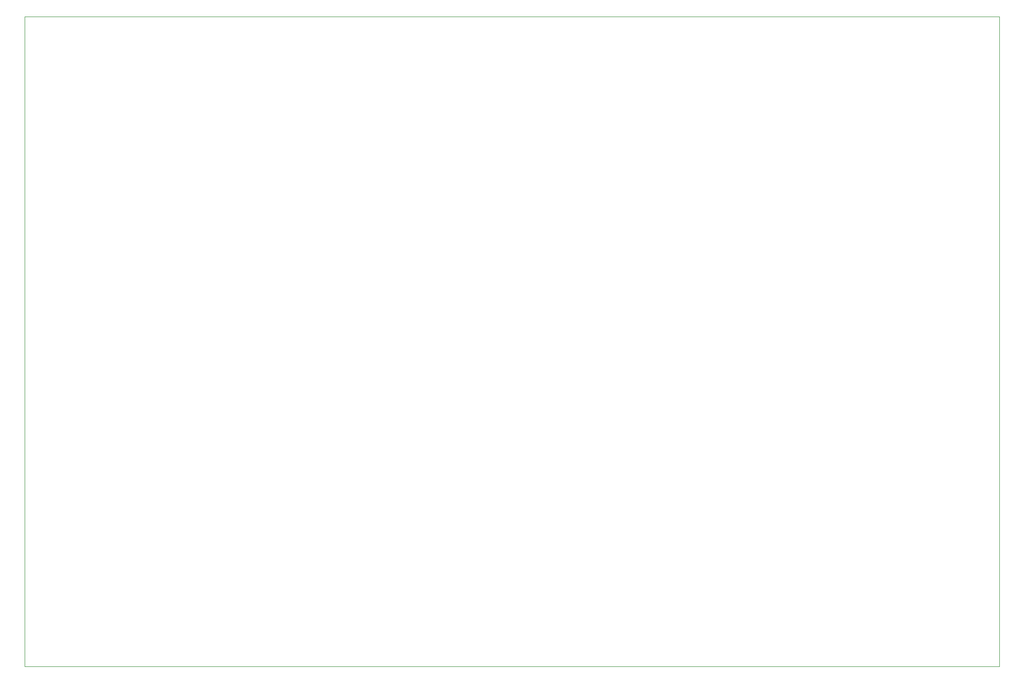
<source format=gm1>
%TF.GenerationSoftware,KiCad,Pcbnew,7.0.7*%
%TF.CreationDate,2023-11-29T15:56:53-06:00*%
%TF.ProjectId,MDCM,4d44434d-2e6b-4696-9361-645f70636258,rev?*%
%TF.SameCoordinates,Original*%
%TF.FileFunction,Profile,NP*%
%FSLAX46Y46*%
G04 Gerber Fmt 4.6, Leading zero omitted, Abs format (unit mm)*
G04 Created by KiCad (PCBNEW 7.0.7) date 2023-11-29 15:56:53*
%MOMM*%
%LPD*%
G01*
G04 APERTURE LIST*
%TA.AperFunction,Profile*%
%ADD10C,0.100000*%
%TD*%
G04 APERTURE END LIST*
D10*
X70350000Y-33680000D02*
X244330000Y-33680000D01*
X244330000Y-149800000D01*
X70350000Y-149800000D01*
X70350000Y-33680000D01*
M02*

</source>
